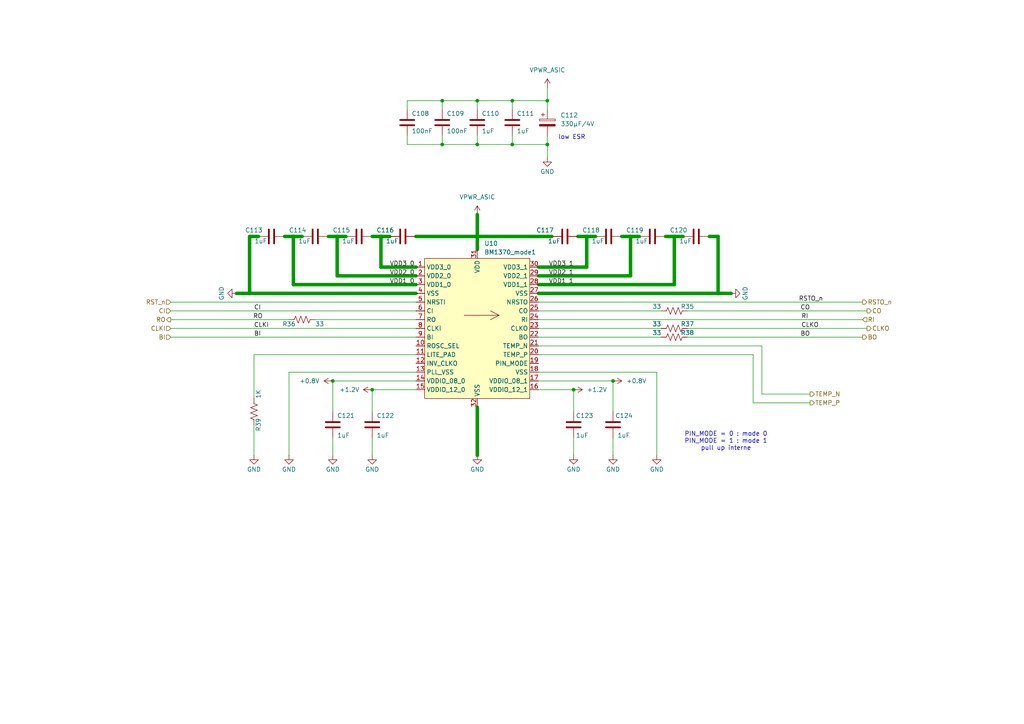
<source format=kicad_sch>
(kicad_sch (version 20231120) (generator "eeschema") (generator_version "8.0")
  (paper "A4")
  (lib_symbols
    (symbol "Device:C" (pin_numbers hide) (pin_names (offset 0.254))
      (property "Reference" "C" (at 0.635 2.54 0))
      (property "Value" "C" (at 0.635 -2.54 0))
      (symbol "C_0_1"
        (polyline (pts (xy -2.032 -0.762) (xy 2.032 -0.762)) (stroke (width 0.508)))
        (polyline (pts (xy -2.032 0.762) (xy 2.032 0.762)) (stroke (width 0.508)))
      )
      (symbol "C_1_1"
        (pin passive line (at 0 3.81 270) (length 2.794) (name "~") (number "1"))
        (pin passive line (at 0 -3.81 90) (length 2.794) (name "~") (number "2"))
      )
    )
    (symbol "Device:C_Polarized" (pin_numbers hide) (pin_names (offset 0.254))
      (property "Reference" "C" (at 0.635 2.54 0))
      (property "Value" "C_Polarized" (at 0.635 -2.54 0))
      (symbol "C_Polarized_0_1"
        (rectangle (start -2.286 0.508) (end 2.286 1.016))
        (polyline (pts (xy -1.778 2.286) (xy -0.762 2.286)))
        (polyline (pts (xy -1.27 2.794) (xy -1.27 1.778)))
        (rectangle (start 2.286 -0.508) (end -2.286 -1.016) (fill (type outline)))
      )
      (symbol "C_Polarized_1_1"
        (pin passive line (at 0 3.81 270) (length 2.794) (name "~") (number "1"))
        (pin passive line (at 0 -3.81 90) (length 2.794) (name "~") (number "2"))
      )
    )
    (symbol "Device:R_US" (pin_numbers hide) (pin_names (offset 0))
      (property "Reference" "R" (at 2.54 0 90))
      (property "Value" "R_US" (at -2.54 0 90))
      (symbol "R_US_0_1"
        (polyline (pts (xy 0 -2.286) (xy 0 -2.54)))
        (polyline (pts (xy 0 2.286) (xy 0 2.54)))
        (polyline (pts (xy 0 -0.762) (xy 1.016 -1.143) (xy 0 -1.524) (xy -1.016 -1.905) (xy 0 -2.286)))
        (polyline (pts (xy 0 0.762) (xy 1.016 0.381) (xy 0 0) (xy -1.016 -0.381) (xy 0 -0.762)))
        (polyline (pts (xy 0 2.286) (xy 1.016 1.905) (xy 0 1.524) (xy -1.016 1.143) (xy 0 0.762)))
      )
      (symbol "R_US_1_1"
        (pin passive line (at 0 3.81 270) (length 1.27) (name "~") (number "1"))
        (pin passive line (at 0 -3.81 90) (length 1.27) (name "~") (number "2"))
      )
    )
    (symbol "EKO_Miner_ASIClib:BM1370_mode1"
      (property "Reference" "U" (at 20.066 1.016 0))
      (property "Value" "BM1370_mode1" (at 26.924 -1.27 0))
      (symbol "BM1370_mode1_0_1"
        (polyline (pts (xy 13.97 -19.05) (xy 24.13 -19.05)))
        (polyline (pts (xy 21.59 -20.32) (xy 24.13 -19.05)))
        (polyline (pts (xy 21.59 -17.78) (xy 24.13 -19.05)))
        (rectangle (start 2.54 -2.54) (end 33.02 -43.18) (fill (type background)))
      )
      (symbol "BM1370_mode1_1_1"
        (pin power_in line (at 0 -5.08 0) (length 2.54) (name "VDD3_0") (number "1"))
        (pin unspecified line (at 0 -27.94 0) (length 2.54) (name "ROSC_SEL") (number "10"))
        (pin unspecified line (at 0 -30.48 0) (length 2.54) (name "LITE_PAD") (number "11"))
        (pin unspecified line (at 0 -33.02 0) (length 2.54) (name "INV_CLKO") (number "12"))
        (pin power_in line (at 0 -35.56 0) (length 2.54) (name "PLL_VSS") (number "13"))
        (pin power_in line (at 0 -38.1 0) (length 2.54) (name "VDDIO_08_0") (number "14"))
        (pin power_in line (at 0 -40.64 0) (length 2.54) (name "VDDIO_12_0") (number "15"))
        (pin power_in line (at 35.56 -40.64 180) (length 2.54) (name "VDDIO_12_1") (number "16"))
        (pin power_in line (at 35.56 -38.1 180) (length 2.54) (name "VDDIO_08_1") (number "17"))
        (pin power_in line (at 35.56 -35.56 180) (length 2.54) (name "VSS") (number "18"))
        (pin input line (at 35.56 -33.02 180) (length 2.54) (name "PIN_MODE") (number "19"))
        (pin power_in line (at 0 -7.62 0) (length 2.54) (name "VDD2_0") (number "2"))
        (pin unspecified line (at 35.56 -30.48 180) (length 2.54) (name "TEMP_P") (number "20"))
        (pin unspecified line (at 35.56 -27.94 180) (length 2.54) (name "TEMP_N") (number "21"))
        (pin output line (at 35.56 -25.4 180) (length 2.54) (name "BO") (number "22"))
        (pin output line (at 35.56 -22.86 180) (length 2.54) (name "CLKO") (number "23"))
        (pin input line (at 35.56 -20.32 180) (length 2.54) (name "RI") (number "24"))
        (pin output line (at 35.56 -17.78 180) (length 2.54) (name "CO") (number "25"))
        (pin output line (at 35.56 -15.24 180) (length 2.54) (name "NRSTO") (number "26"))
        (pin power_in line (at 35.56 -12.7 180) (length 2.54) (name "VSS") (number "27"))
        (pin power_in line (at 35.56 -10.16 180) (length 2.54) (name "VDD1_1") (number "28"))
        (pin power_in line (at 35.56 -7.62 180) (length 2.54) (name "VDD2_1") (number "29"))
        (pin power_in line (at 0 -10.16 0) (length 2.54) (name "VDD1_0") (number "3"))
        (pin power_in line (at 35.56 -5.08 180) (length 2.54) (name "VDD3_1") (number "30"))
        (pin power_in line (at 17.78 0 270) (length 2.54) (name "VDD") (number "31"))
        (pin power_in line (at 17.78 -45.72 90) (length 2.54) (name "VSS") (number "32"))
        (pin power_in line (at 0 -12.7 0) (length 2.54) (name "VSS") (number "4"))
        (pin input line (at 0 -15.24 0) (length 2.54) (name "NRSTI") (number "5"))
        (pin input line (at 0 -17.78 0) (length 2.54) (name "CI") (number "6"))
        (pin output line (at 0 -20.32 0) (length 2.54) (name "RO") (number "7"))
        (pin input line (at 0 -22.86 0) (length 2.54) (name "CLKI") (number "8"))
        (pin input line (at 0 -25.4 0) (length 2.54) (name "BI") (number "9"))
      )
    )
    (symbol "power:GND" (power) (pin_numbers hide) (pin_names (offset 0) hide)
      (property "Value" "GND" (at 0 -3.81 0))
      (symbol "GND_0_1"
        (polyline (pts (xy 0 0) (xy 0 -1.27) (xy 1.27 -1.27) (xy 0 -2.54) (xy -1.27 -1.27) (xy 0 -1.27)))
      )
      (symbol "GND_1_1"
        (pin power_in line (at 0 0 270) (length 0) (name "~") (number "1"))
      )
    )
    (symbol "power:VDD" (power) (pin_numbers hide) (pin_names (offset 0) hide)
      (property "Value" "VDD" (at 0 3.556 0))
      (symbol "VDD_0_1"
        (polyline (pts (xy -0.762 1.27) (xy 0 2.54)))
        (polyline (pts (xy 0 0) (xy 0 2.54)))
        (polyline (pts (xy 0 2.54) (xy 0.762 1.27)))
      )
      (symbol "VDD_1_1"
        (pin power_in line (at 0 0 90) (length 0) (name "~") (number "1"))
      )
    )
  )
  (junction (at 107.95 113.03))
  (junction (at 138.43 29.21) (diameter 0.9144))
  (junction (at 128.27 41.91) (diameter 0.9144))
  (junction (at 148.59 41.91))
  (junction (at 177.8 110.49))
  (junction (at 170.18 68.58))
  (junction (at 72.39 85.09))
  (junction (at 85.09 68.58))
  (junction (at 208.28 85.09))
  (junction (at 138.43 68.58))
  (junction (at 96.52 110.49))
  (junction (at 128.27 29.21) (diameter 0.9144))
  (junction (at 158.75 29.21))
  (junction (at 97.79 68.58))
  (junction (at 148.59 29.21))
  (junction (at 110.49 68.58))
  (junction (at 166.37 113.03))
  (junction (at 138.43 41.91) (diameter 0.9144))
  (junction (at 158.75 41.91))
  (junction (at 182.88 68.58))
  (junction (at 195.58 68.58))
  (wire (pts (xy 166.37 113.03) (xy 166.37 119.38)))
  (wire (pts (xy 220.98 114.3) (xy 234.95 114.3)))
  (wire (pts (xy 148.59 41.91) (xy 138.43 41.91)))
  (wire (pts (xy 158.75 31.75) (xy 158.75 29.21)))
  (wire (pts (xy 156.21 95.25) (xy 191.77 95.25)))
  (wire (pts (xy 208.28 85.09) (xy 208.28 68.58)) (stroke (width 1)))
  (wire (pts (xy 118.11 31.75) (xy 118.11 29.21)))
  (wire (pts (xy 49.53 92.71) (xy 83.82 92.71)))
  (wire (pts (xy 107.95 127) (xy 107.95 132.08)))
  (wire (pts (xy 166.37 127) (xy 166.37 132.08)))
  (wire (pts (xy 85.09 68.58) (xy 87.63 68.58)) (stroke (width 1)))
  (wire (pts (xy 97.79 68.58) (xy 100.33 68.58)) (stroke (width 1)))
  (wire (pts (xy 156.21 87.63) (xy 250.19 87.63)))
  (wire (pts (xy 110.49 68.58) (xy 109.22 68.58)))
  (wire (pts (xy 120.65 68.58) (xy 138.43 68.58)) (stroke (width 1)))
  (wire (pts (xy 138.43 68.58) (xy 160.02 68.58)) (stroke (width 1)))
  (wire (pts (xy 199.39 95.25) (xy 251.46 95.25)))
  (wire (pts (xy 156.21 77.47) (xy 170.18 77.47)) (stroke (width 1)))
  (wire (pts (xy 128.27 29.21) (xy 138.43 29.21)))
  (wire (pts (xy 97.79 80.01) (xy 120.65 80.01)) (stroke (width 1)))
  (wire (pts (xy 128.27 31.75) (xy 128.27 29.21)))
  (wire (pts (xy 138.43 118.11) (xy 138.43 132.08)) (stroke (width 1)))
  (wire (pts (xy 110.49 68.58) (xy 110.49 77.47)) (stroke (width 1)))
  (wire (pts (xy 158.75 25.4) (xy 158.75 29.21)))
  (wire (pts (xy 85.09 68.58) (xy 86.36 68.58)))
  (wire (pts (xy 156.21 85.09) (xy 208.28 85.09)) (stroke (width 1)))
  (wire (pts (xy 167.64 68.58) (xy 170.18 68.58)) (stroke (width 1)))
  (wire (pts (xy 177.8 110.49) (xy 177.8 119.38)))
  (wire (pts (xy 138.43 29.21) (xy 148.59 29.21)))
  (wire (pts (xy 118.11 39.37) (xy 118.11 41.91)))
  (wire (pts (xy 182.88 68.58) (xy 185.42 68.58)) (stroke (width 1)))
  (wire (pts (xy 190.5 107.95) (xy 190.5 132.08)))
  (wire (pts (xy 180.34 68.58) (xy 182.88 68.58)) (stroke (width 1)))
  (wire (pts (xy 107.95 113.03) (xy 107.95 119.38)))
  (wire (pts (xy 199.39 90.17) (xy 251.46 90.17)))
  (wire (pts (xy 128.27 41.91) (xy 138.43 41.91)))
  (wire (pts (xy 73.66 102.87) (xy 73.66 115.57)))
  (wire (pts (xy 156.21 80.01) (xy 182.88 80.01)) (stroke (width 1)))
  (wire (pts (xy 128.27 39.37) (xy 128.27 41.91)))
  (wire (pts (xy 118.11 29.21) (xy 128.27 29.21)))
  (wire (pts (xy 158.75 45.72) (xy 158.75 41.91)))
  (wire (pts (xy 156.21 82.55) (xy 195.58 82.55)) (stroke (width 1)))
  (wire (pts (xy 138.43 62.23) (xy 138.43 68.58)) (stroke (width 1)))
  (wire (pts (xy 85.09 82.55) (xy 120.65 82.55)) (stroke (width 1)))
  (wire (pts (xy 195.58 68.58) (xy 198.12 68.58)) (stroke (width 1)))
  (wire (pts (xy 170.18 68.58) (xy 172.72 68.58)) (stroke (width 1)))
  (wire (pts (xy 156.21 92.71) (xy 250.19 92.71)))
  (wire (pts (xy 96.52 110.49) (xy 96.52 119.38)))
  (wire (pts (xy 177.8 127) (xy 177.8 132.08)))
  (wire (pts (xy 120.65 102.87) (xy 73.66 102.87)))
  (wire (pts (xy 158.75 39.37) (xy 158.75 41.91)))
  (wire (pts (xy 120.65 107.95) (xy 83.82 107.95)))
  (wire (pts (xy 218.44 116.84) (xy 234.95 116.84)))
  (wire (pts (xy 148.59 29.21) (xy 158.75 29.21)))
  (wire (pts (xy 97.79 68.58) (xy 100.33 68.58)))
  (wire (pts (xy 199.39 97.79) (xy 250.19 97.79)))
  (wire (pts (xy 156.21 100.33) (xy 220.98 100.33)))
  (wire (pts (xy 96.52 110.49) (xy 120.65 110.49)))
  (wire (pts (xy 138.43 31.75) (xy 138.43 29.21)))
  (wire (pts (xy 72.39 85.09) (xy 120.65 85.09)) (stroke (width 1)))
  (wire (pts (xy 156.21 97.79) (xy 191.77 97.79)))
  (wire (pts (xy 193.04 68.58) (xy 195.58 68.58)) (stroke (width 1)))
  (wire (pts (xy 156.21 113.03) (xy 166.37 113.03)))
  (wire (pts (xy 49.53 97.79) (xy 120.65 97.79)))
  (wire (pts (xy 220.98 100.33) (xy 220.98 114.3)))
  (wire (pts (xy 170.18 77.47) (xy 170.18 68.58)) (stroke (width 1)))
  (wire (pts (xy 107.95 68.58) (xy 110.49 68.58)) (stroke (width 1)))
  (wire (pts (xy 97.79 80.01) (xy 97.79 68.58)) (stroke (width 1)))
  (wire (pts (xy 138.43 39.37) (xy 138.43 41.91)))
  (wire (pts (xy 49.53 90.17) (xy 120.65 90.17)))
  (wire (pts (xy 195.58 82.55) (xy 195.58 68.58)) (stroke (width 1)))
  (wire (pts (xy 95.25 68.58) (xy 97.79 68.58)) (stroke (width 1)))
  (wire (pts (xy 128.27 41.91) (xy 118.11 41.91)))
  (wire (pts (xy 107.95 113.03) (xy 120.65 113.03)))
  (wire (pts (xy 73.66 123.19) (xy 73.66 132.08)))
  (wire (pts (xy 182.88 80.01) (xy 182.88 68.58)) (stroke (width 1)))
  (wire (pts (xy 96.52 127) (xy 96.52 132.08)))
  (wire (pts (xy 148.59 41.91) (xy 158.75 41.91)))
  (wire (pts (xy 49.53 87.63) (xy 120.65 87.63)))
  (wire (pts (xy 148.59 39.37) (xy 148.59 41.91)))
  (wire (pts (xy 110.49 77.47) (xy 120.65 77.47)) (stroke (width 1)))
  (wire (pts (xy 156.21 107.95) (xy 190.5 107.95)))
  (wire (pts (xy 218.44 102.87) (xy 218.44 116.84)))
  (wire (pts (xy 156.21 90.17) (xy 191.77 90.17)))
  (wire (pts (xy 156.21 102.87) (xy 218.44 102.87)))
  (wire (pts (xy 83.82 107.95) (xy 83.82 132.08)))
  (wire (pts (xy 138.43 68.58) (xy 138.43 72.39)) (stroke (width 1)))
  (wire (pts (xy 68.58 85.09) (xy 72.39 85.09)) (stroke (width 1)))
  (wire (pts (xy 49.53 95.25) (xy 120.65 95.25)))
  (wire (pts (xy 72.39 85.09) (xy 72.39 68.58)) (stroke (width 1)))
  (wire (pts (xy 110.49 68.58) (xy 113.03 68.58)) (stroke (width 1)))
  (wire (pts (xy 208.28 68.58) (xy 205.74 68.58)) (stroke (width 1)))
  (wire (pts (xy 85.09 82.55) (xy 85.09 68.58)) (stroke (width 1)))
  (wire (pts (xy 91.44 92.71) (xy 120.65 92.71)))
  (wire (pts (xy 148.59 31.75) (xy 148.59 29.21)))
  (wire (pts (xy 156.21 110.49) (xy 177.8 110.49)))
  (wire (pts (xy 82.55 68.58) (xy 85.09 68.58)) (stroke (width 1)))
  (wire (pts (xy 72.39 68.58) (xy 74.93 68.58)) (stroke (width 1)))
  (wire (pts (xy 208.28 85.09) (xy 212.09 85.09)) (stroke (width 1)))
  (text "low ESR" (at 165.862 39.878 0) (effects (font (size 1.27 1.27))))
  (text "PIN_MODE = 0 : mode 0\nPIN_MODE = 1 : mode 1\npull up interne" (at 210.566 128.016 0) (effects (font (size 1.27 1.27))))
  (label "BO" (at 234.95 97.79 180))
  (label "CLKI" (at 73.66 95.25 0))
  (label "VDD2_0" (at 113.03 80.01 0))
  (label "RI" (at 232.41 92.71 0))
  (label "RO" (at 76.2 92.71 180))
  (label "CLKO" (at 237.49 95.25 180))
  (label "VDD1_0" (at 113.03 82.55 0))
  (label "VDD3_1" (at 166.37 77.47 180))
  (label "BI" (at 73.66 97.79 0))
  (label "RSTO_n" (at 238.76 87.63 180))
  (label "VDD3_0" (at 113.03 77.47 0))
  (label "CI" (at 73.66 90.17 0))
  (label "VDD2_1" (at 166.37 80.01 180))
  (label "VDD1_1" (at 166.37 82.55 180))
  (label "CO" (at 234.95 90.17 180))
  (hierarchical_label "CLKI" (shape input) (at 49.53 95.25 180))
  (hierarchical_label "CI" (shape input) (at 49.53 90.17 180))
  (hierarchical_label "RO" (shape output) (at 49.53 92.71 180))
  (hierarchical_label "CO" (shape output) (at 251.46 90.17 0))
  (hierarchical_label "BO" (shape output) (at 250.19 97.79 0))
  (hierarchical_label "CLKO" (shape output) (at 251.46 95.25 0))
  (hierarchical_label "RSTO_n" (shape output) (at 250.19 87.63 0))
  (hierarchical_label "BI" (shape input) (at 49.53 97.79 180))
  (hierarchical_label "TEMP_N" (shape output) (at 234.95 114.3 0))
  (hierarchical_label "RST_n" (shape input) (at 49.53 87.63 180))
  (hierarchical_label "RI" (shape input) (at 250.19 92.71 0))
  (hierarchical_label "TEMP_P" (shape output) (at 234.95 116.84 0))
  (symbol (lib_id "Device:C_Polarized") (at 158.75 35.56 0) (unit 1)
    (property "Reference" "C112" (at 162.56 33.4009 0) (effects (justify left)))
    (property "Value" "330µF/4V" (at 162.56 35.9409 0) (effects (justify left)))
    (property "Footprint" "Capacitor_SMD:C_1210_3225Metric" (effects (hide yes)))
    (property "MP" "GRM32ER60G337ME05K" (effects (hide yes)))
    (property "P/N MOUSER" "81-GRM32ER60G337ME5K" (effects (hide yes)))
    (instances (project "AsicsBoard - 10xBM1370 - 01A" (path "" (reference "C112") (unit 1)) (path "" (reference "C78") (unit 1)) (path "" (reference "C129") (unit 1)) (path "" (reference "C163") (unit 1)) (path "" (reference "C44") (unit 1)) (path "" (reference "C27") (unit 1)) (path "" (reference "C61") (unit 1)) (path "" (reference "C95") (unit 1)) (path "" (reference "C146") (unit 1)) (path "" (reference "C10") (unit 1))))
  )
  (symbol (lib_id "Device:R_US") (at 195.58 90.17 90) (unit 1)
    (property "Reference" "R35" (at 199.39 88.9 90))
    (property "Value" "33" (at 190.5 88.9 90))
    (property "Footprint" "Resistor_SMD:R_0402_1005Metric" (effects (hide yes)))
    (property "DK" "311-33.0LRCT-ND" (effects (hide yes)))
    (property "PARTNO" "RC0402FR-0733RL" (effects (hide yes)))
    (instances (project "AsicsBoard - 10xBM1370 - 01A" (path "" (reference "R35") (unit 1)) (path "" (reference "R23") (unit 1)) (path "" (reference "R40") (unit 1)) (path "" (reference "R50") (unit 1)) (path "" (reference "R13") (unit 1)) (path "" (reference "R8") (unit 1)) (path "" (reference "R18") (unit 1)) (path "" (reference "R30") (unit 1)) (path "" (reference "R45") (unit 1)) (path "" (reference "R3") (unit 1))))
  )
  (symbol (lib_id "Device:C") (at 116.84 68.58 90) (unit 1)
    (property "Reference" "C116" (at 114.3 66.04 90) (effects (justify left bottom)))
    (property "Value" "1uF" (at 115.57 69.215 90) (effects (justify left bottom)))
    (property "Footprint" "Capacitor_SMD:C_0402_1005Metric" (effects (hide yes)))
    (property "DK" "587-5514-1-ND" (effects (hide yes)))
    (property "PARTNO" "EMK105BJ105MV-F" (effects (hide yes)))
    (instances (project "AsicsBoard - 10xBM1370 - 01A" (path "" (reference "C116") (unit 1)) (path "" (reference "C82") (unit 1)) (path "" (reference "C133") (unit 1)) (path "" (reference "C167") (unit 1)) (path "" (reference "C48") (unit 1)) (path "" (reference "C31") (unit 1)) (path "" (reference "C65") (unit 1)) (path "" (reference "C99") (unit 1)) (path "" (reference "C150") (unit 1)) (path "" (reference "C14") (unit 1))))
  )
  (symbol (lib_id "Device:C") (at 118.11 35.56 0) (unit 1)
    (property "Reference" "C108" (at 119.38 33.655 0) (effects (justify left bottom)))
    (property "Value" "100nF" (at 119.38 38.735 0) (effects (justify left bottom)))
    (property "Footprint" "Capacitor_SMD:C_0402_1005Metric" (effects (hide yes)))
    (property "DK" "1292-1639-1-ND" (effects (hide yes)))
    (property "PARTNO" "0402X104K100CT" (effects (hide yes)))
    (instances (project "AsicsBoard - 10xBM1370 - 01A" (path "" (reference "C108") (unit 1)) (path "" (reference "C74") (unit 1)) (path "" (reference "C125") (unit 1)) (path "" (reference "C159") (unit 1)) (path "" (reference "C40") (unit 1)) (path "" (reference "C23") (unit 1)) (path "" (reference "C57") (unit 1)) (path "" (reference "C91") (unit 1)) (path "" (reference "C142") (unit 1)) (path "" (reference "C6") (unit 1))))
  )
  (symbol (lib_id "power:GND") (at 212.09 85.09 90) (unit 1)
    (property "Reference" "#PWR0129" (effects (hide yes)))
    (property "Value" "GND" (at 216.154 85.09 0))
    (property "Description" "Power symbol creates a global label with name \"GND\" , ground" (effects (hide yes)))
    (instances (project "AsicsBoard - 10xBM1370 - 01A" (path "" (reference "#PWR0129") (unit 1)) (path "" (reference "#PWR093") (unit 1)) (path "" (reference "#PWR0146") (unit 1)) (path "" (reference "#PWR0180") (unit 1)) (path "" (reference "#PWR059") (unit 1)) (path "" (reference "#PWR042") (unit 1)) (path "" (reference "#PWR076") (unit 1)) (path "" (reference "#PWR0112") (unit 1)) (path "" (reference "#PWR0163") (unit 1)) (path "" (reference "#PWR025") (unit 1))))
  )
  (symbol (lib_id "power:GND") (at 83.82 132.08 0) (unit 1)
    (property "Reference" "#PWR0135" (effects (hide yes)))
    (property "Value" "GND" (at 83.82 136.144 0))
    (property "Description" "Power symbol creates a global label with name \"GND\" , ground" (effects (hide yes)))
    (instances (project "AsicsBoard - 10xBM1370 - 01A" (path "" (reference "#PWR0135") (unit 1)) (path "" (reference "#PWR099") (unit 1)) (path "" (reference "#PWR0152") (unit 1)) (path "" (reference "#PWR0186") (unit 1)) (path "" (reference "#PWR065") (unit 1)) (path "" (reference "#PWR048") (unit 1)) (path "" (reference "#PWR082") (unit 1)) (path "" (reference "#PWR0118") (unit 1)) (path "" (reference "#PWR0169") (unit 1)) (path "" (reference "#PWR031") (unit 1))))
  )
  (symbol (lib_id "Device:C") (at 201.93 68.58 90) (unit 1)
    (property "Reference" "C120" (at 199.39 66.04 90) (effects (justify left bottom)))
    (property "Value" "1uF" (at 200.66 69.215 90) (effects (justify left bottom)))
    (property "Footprint" "Capacitor_SMD:C_0402_1005Metric" (effects (hide yes)))
    (property "DK" "587-5514-1-ND" (effects (hide yes)))
    (property "PARTNO" "EMK105BJ105MV-F" (effects (hide yes)))
    (instances (project "AsicsBoard - 10xBM1370 - 01A" (path "" (reference "C120") (unit 1)) (path "" (reference "C86") (unit 1)) (path "" (reference "C137") (unit 1)) (path "" (reference "C171") (unit 1)) (path "" (reference "C52") (unit 1)) (path "" (reference "C35") (unit 1)) (path "" (reference "C69") (unit 1)) (path "" (reference "C103") (unit 1)) (path "" (reference "C154") (unit 1)) (path "" (reference "C18") (unit 1))))
  )
  (symbol (lib_id "power:VDD") (at 96.52 110.49 90) (unit 1)
    (property "Reference" "#PWR0130" (effects (hide yes)))
    (property "Value" "+0.8V" (at 92.71 110.4899 90) (effects (justify left)))
    (property "Description" "Power symbol creates a global label with name \"VDD\"" (effects (hide yes)))
    (instances (project "AsicsBoard - 10xBM1370 - 01A" (path "" (reference "#PWR0130") (unit 1)) (path "" (reference "#PWR094") (unit 1)) (path "" (reference "#PWR0147") (unit 1)) (path "" (reference "#PWR0181") (unit 1)) (path "" (reference "#PWR060") (unit 1)) (path "" (reference "#PWR043") (unit 1)) (path "" (reference "#PWR077") (unit 1)) (path "" (reference "#PWR0113") (unit 1)) (path "" (reference "#PWR0164") (unit 1)) (path "" (reference "#PWR026") (unit 1))))
  )
  (symbol (lib_id "Device:C") (at 91.44 68.58 90) (unit 1)
    (property "Reference" "C114" (at 88.9 66.04 90) (effects (justify left bottom)))
    (property "Value" "1uF" (at 90.17 69.215 90) (effects (justify left bottom)))
    (property "Footprint" "Capacitor_SMD:C_0402_1005Metric" (effects (hide yes)))
    (property "DK" "587-5514-1-ND" (effects (hide yes)))
    (property "PARTNO" "EMK105BJ105MV-F" (effects (hide yes)))
    (instances (project "AsicsBoard - 10xBM1370 - 01A" (path "" (reference "C114") (unit 1)) (path "" (reference "C80") (unit 1)) (path "" (reference "C131") (unit 1)) (path "" (reference "C165") (unit 1)) (path "" (reference "C46") (unit 1)) (path "" (reference "C29") (unit 1)) (path "" (reference "C63") (unit 1)) (path "" (reference "C97") (unit 1)) (path "" (reference "C148") (unit 1)) (path "" (reference "C12") (unit 1))))
  )
  (symbol (lib_id "Device:R_US") (at 195.58 95.25 90) (unit 1)
    (property "Reference" "R37" (at 199.39 93.98 90))
    (property "Value" "33" (at 190.5 93.98 90))
    (property "Footprint" "Resistor_SMD:R_0402_1005Metric" (effects (hide yes)))
    (property "DK" "311-33.0LRCT-ND" (effects (hide yes)))
    (property "PARTNO" "RC0402FR-0733RL" (effects (hide yes)))
    (instances (project "AsicsBoard - 10xBM1370 - 01A" (path "" (reference "R37") (unit 1)) (path "" (reference "R25") (unit 1)) (path "" (reference "R42") (unit 1)) (path "" (reference "R52") (unit 1)) (path "" (reference "R15") (unit 1)) (path "" (reference "R10") (unit 1)) (path "" (reference "R20") (unit 1)) (path "" (reference "R32") (unit 1)) (path "" (reference "R47") (unit 1)) (path "" (reference "R5") (unit 1))))
  )
  (symbol (lib_id "EKO_Miner_ASIClib:BM1370_mode1") (at 120.65 72.39 0) (unit 1)
    (property "Reference" "U10" (at 140.462 70.612 0) (effects (justify left)))
    (property "Value" "BM1370_mode1" (at 140.462 73.152 0) (effects (justify left)))
    (property "Footprint" "EKO_Miner_ASIClib:BM1370" (effects (hide yes)))
    (instances (project "AsicsBoard - 10xBM1370 - 01A" (path "" (reference "U10") (unit 1)) (path "" (reference "U8") (unit 1)) (path "" (reference "U11") (unit 1)) (path "" (reference "U13") (unit 1)) (path "" (reference "U6") (unit 1)) (path "" (reference "U5") (unit 1)) (path "" (reference "U7") (unit 1)) (path "" (reference "U9") (unit 1)) (path "" (reference "U12") (unit 1)) (path "" (reference "U4") (unit 1))))
  )
  (symbol (lib_id "power:GND") (at 68.58 85.09 270) (unit 1)
    (property "Reference" "#PWR0128" (effects (hide yes)))
    (property "Value" "GND" (at 64.262 85.09 0))
    (property "Description" "Power symbol creates a global label with name \"GND\" , ground" (effects (hide yes)))
    (instances (project "AsicsBoard - 10xBM1370 - 01A" (path "" (reference "#PWR0128") (unit 1)) (path "" (reference "#PWR092") (unit 1)) (path "" (reference "#PWR0145") (unit 1)) (path "" (reference "#PWR0179") (unit 1)) (path "" (reference "#PWR058") (unit 1)) (path "" (reference "#PWR041") (unit 1)) (path "" (reference "#PWR075") (unit 1)) (path "" (reference "#PWR0111") (unit 1)) (path "" (reference "#PWR0162") (unit 1)) (path "" (reference "#PWR024") (unit 1))))
  )
  (symbol (lib_id "Device:C") (at 177.8 123.19 0) (unit 1)
    (property "Reference" "C124" (at 178.435 121.285 0) (effects (justify left bottom)))
    (property "Value" "1uF" (at 179.07 127 0) (effects (justify left bottom)))
    (property "Footprint" "Capacitor_SMD:C_0402_1005Metric" (effects (hide yes)))
    (property "DK" "587-5514-1-ND" (effects (hide yes)))
    (property "PARTNO" "EMK105BJ105MV-F" (effects (hide yes)))
    (instances (project "AsicsBoard - 10xBM1370 - 01A" (path "" (reference "C124") (unit 1)) (path "" (reference "C90") (unit 1)) (path "" (reference "C141") (unit 1)) (path "" (reference "C175") (unit 1)) (path "" (reference "C56") (unit 1)) (path "" (reference "C39") (unit 1)) (path "" (reference "C73") (unit 1)) (path "" (reference "C107") (unit 1)) (path "" (reference "C158") (unit 1)) (path "" (reference "C22") (unit 1))))
  )
  (symbol (lib_id "power:VDD") (at 107.95 113.03 90) (unit 1)
    (property "Reference" "#PWR0132" (effects (hide yes)))
    (property "Value" "+1.2V" (at 101.346 113.03 90))
    (property "Description" "Power symbol creates a global label with name \"VDD\"" (effects (hide yes)))
    (instances (project "AsicsBoard - 10xBM1370 - 01A" (path "" (reference "#PWR0132") (unit 1)) (path "" (reference "#PWR096") (unit 1)) (path "" (reference "#PWR0149") (unit 1)) (path "" (reference "#PWR0183") (unit 1)) (path "" (reference "#PWR062") (unit 1)) (path "" (reference "#PWR045") (unit 1)) (path "" (reference "#PWR079") (unit 1)) (path "" (reference "#PWR0115") (unit 1)) (path "" (reference "#PWR0166") (unit 1)) (path "" (reference "#PWR028") (unit 1))))
  )
  (symbol (lib_id "power:VDD") (at 166.37 113.03 270) (unit 1)
    (property "Reference" "#PWR0133" (effects (hide yes)))
    (property "Value" "+1.2V" (at 170.18 113.0301 90) (effects (justify left)))
    (property "Description" "Power symbol creates a global label with name \"VDD\"" (effects (hide yes)))
    (instances (project "AsicsBoard - 10xBM1370 - 01A" (path "" (reference "#PWR0133") (unit 1)) (path "" (reference "#PWR097") (unit 1)) (path "" (reference "#PWR0150") (unit 1)) (path "" (reference "#PWR0184") (unit 1)) (path "" (reference "#PWR063") (unit 1)) (path "" (reference "#PWR046") (unit 1)) (path "" (reference "#PWR080") (unit 1)) (path "" (reference "#PWR0116") (unit 1)) (path "" (reference "#PWR0167") (unit 1)) (path "" (reference "#PWR029") (unit 1))))
  )
  (symbol (lib_id "Device:R_US") (at 87.63 92.71 270) (unit 1)
    (property "Reference" "R36" (at 83.82 93.98 90))
    (property "Value" "33" (at 92.71 93.98 90))
    (property "Footprint" "Resistor_SMD:R_0402_1005Metric" (effects (hide yes)))
    (property "DK" "311-33.0LRCT-ND" (effects (hide yes)))
    (property "PARTNO" "RC0402FR-0733RL" (effects (hide yes)))
    (instances (project "AsicsBoard - 10xBM1370 - 01A" (path "" (reference "R36") (unit 1)) (path "" (reference "R24") (unit 1)) (path "" (reference "R41") (unit 1)) (path "" (reference "R51") (unit 1)) (path "" (reference "R14") (unit 1)) (path "" (reference "R9") (unit 1)) (path "" (reference "R19") (unit 1)) (path "" (reference "R31") (unit 1)) (path "" (reference "R46") (unit 1)) (path "" (reference "R4") (unit 1))))
  )
  (symbol (lib_id "Device:R_US") (at 73.66 119.38 0) (unit 1)
    (property "Reference" "R39" (at 74.93 123.19 90))
    (property "Value" "1K" (at 74.93 114.3 90))
    (property "Footprint" "Resistor_SMD:R_0402_1005Metric" (effects (hide yes)))
    (instances (project "AsicsBoard - 10xBM1370 - 01A" (path "" (reference "R39") (unit 1)) (path "" (reference "R27") (unit 1)) (path "" (reference "R44") (unit 1)) (path "" (reference "R54") (unit 1)) (path "" (reference "R17") (unit 1)) (path "" (reference "R12") (unit 1)) (path "" (reference "R22") (unit 1)) (path "" (reference "R34") (unit 1)) (path "" (reference "R49") (unit 1)) (path "" (reference "R7") (unit 1))))
  )
  (symbol (lib_id "Device:C") (at 166.37 123.19 0) (unit 1)
    (property "Reference" "C123" (at 167.005 121.285 0) (effects (justify left bottom)))
    (property "Value" "1uF" (at 167.005 127 0) (effects (justify left bottom)))
    (property "Footprint" "Capacitor_SMD:C_0402_1005Metric" (effects (hide yes)))
    (property "DK" "587-5514-1-ND" (effects (hide yes)))
    (property "PARTNO" "EMK105BJ105MV-F" (effects (hide yes)))
    (instances (project "AsicsBoard - 10xBM1370 - 01A" (path "" (reference "C123") (unit 1)) (path "" (reference "C89") (unit 1)) (path "" (reference "C140") (unit 1)) (path "" (reference "C174") (unit 1)) (path "" (reference "C55") (unit 1)) (path "" (reference "C38") (unit 1)) (path "" (reference "C72") (unit 1)) (path "" (reference "C106") (unit 1)) (path "" (reference "C157") (unit 1)) (path "" (reference "C21") (unit 1))))
  )
  (symbol (lib_id "power:GND") (at 107.95 132.08 0) (unit 1)
    (property "Reference" "#PWR0137" (effects (hide yes)))
    (property "Value" "GND" (at 107.95 136.144 0))
    (property "Description" "Power symbol creates a global label with name \"GND\" , ground" (effects (hide yes)))
    (instances (project "AsicsBoard - 10xBM1370 - 01A" (path "" (reference "#PWR0137") (unit 1)) (path "" (reference "#PWR0101") (unit 1)) (path "" (reference "#PWR0154") (unit 1)) (path "" (reference "#PWR0188") (unit 1)) (path "" (reference "#PWR067") (unit 1)) (path "" (reference "#PWR050") (unit 1)) (path "" (reference "#PWR084") (unit 1)) (path "" (reference "#PWR0120") (unit 1)) (path "" (reference "#PWR0171") (unit 1)) (path "" (reference "#PWR033") (unit 1))))
  )
  (symbol (lib_id "power:GND") (at 96.52 132.08 0) (unit 1)
    (property "Reference" "#PWR0136" (effects (hide yes)))
    (property "Value" "GND" (at 96.52 136.144 0))
    (property "Description" "Power symbol creates a global label with name \"GND\" , ground" (effects (hide yes)))
    (instances (project "AsicsBoard - 10xBM1370 - 01A" (path "" (reference "#PWR0136") (unit 1)) (path "" (reference "#PWR0100") (unit 1)) (path "" (reference "#PWR0153") (unit 1)) (path "" (reference "#PWR0187") (unit 1)) (path "" (reference "#PWR066") (unit 1)) (path "" (reference "#PWR049") (unit 1)) (path "" (reference "#PWR083") (unit 1)) (path "" (reference "#PWR0119") (unit 1)) (path "" (reference "#PWR0170") (unit 1)) (path "" (reference "#PWR032") (unit 1))))
  )
  (symbol (lib_id "Device:C") (at 78.74 68.58 90) (unit 1)
    (property "Reference" "C113" (at 76.2 66.04 90) (effects (justify left bottom)))
    (property "Value" "1uF" (at 77.47 69.215 90) (effects (justify left bottom)))
    (property "Footprint" "Capacitor_SMD:C_0402_1005Metric" (effects (hide yes)))
    (property "DK" "587-5514-1-ND" (effects (hide yes)))
    (property "PARTNO" "EMK105BJ105MV-F" (effects (hide yes)))
    (instances (project "AsicsBoard - 10xBM1370 - 01A" (path "" (reference "C113") (unit 1)) (path "" (reference "C79") (unit 1)) (path "" (reference "C130") (unit 1)) (path "" (reference "C164") (unit 1)) (path "" (reference "C45") (unit 1)) (path "" (reference "C28") (unit 1)) (path "" (reference "C62") (unit 1)) (path "" (reference "C96") (unit 1)) (path "" (reference "C147") (unit 1)) (path "" (reference "C11") (unit 1))))
  )
  (symbol (lib_id "power:GND") (at 73.66 132.08 0) (unit 1)
    (property "Reference" "#PWR0134" (effects (hide yes)))
    (property "Value" "GND" (at 73.66 136.144 0))
    (property "Description" "Power symbol creates a global label with name \"GND\" , ground" (effects (hide yes)))
    (instances (project "AsicsBoard - 10xBM1370 - 01A" (path "" (reference "#PWR0134") (unit 1)) (path "" (reference "#PWR098") (unit 1)) (path "" (reference "#PWR0151") (unit 1)) (path "" (reference "#PWR0185") (unit 1)) (path "" (reference "#PWR064") (unit 1)) (path "" (reference "#PWR047") (unit 1)) (path "" (reference "#PWR081") (unit 1)) (path "" (reference "#PWR0117") (unit 1)) (path "" (reference "#PWR0168") (unit 1)) (path "" (reference "#PWR030") (unit 1))))
  )
  (symbol (lib_id "power:VDD") (at 138.43 62.23 0) (unit 1)
    (property "Reference" "#PWR0127" (effects (hide yes)))
    (property "Value" "VPWR_ASIC" (at 138.43 57.15 0))
    (property "Description" "Power symbol creates a global label with name \"VDD\"" (effects (hide yes)))
    (instances (project "AsicsBoard - 10xBM1370 - 01A" (path "" (reference "#PWR0127") (unit 1)) (path "" (reference "#PWR091") (unit 1)) (path "" (reference "#PWR0144") (unit 1)) (path "" (reference "#PWR0178") (unit 1)) (path "" (reference "#PWR057") (unit 1)) (path "" (reference "#PWR040") (unit 1)) (path "" (reference "#PWR074") (unit 1)) (path "" (reference "#PWR0110") (unit 1)) (path "" (reference "#PWR0161") (unit 1)) (path "" (reference "#PWR023") (unit 1))))
  )
  (symbol (lib_id "Device:C") (at 189.23 68.58 90) (unit 1)
    (property "Reference" "C119" (at 186.69 66.04 90) (effects (justify left bottom)))
    (property "Value" "1uF" (at 187.96 69.215 90) (effects (justify left bottom)))
    (property "Footprint" "Capacitor_SMD:C_0402_1005Metric" (effects (hide yes)))
    (property "DK" "587-5514-1-ND" (effects (hide yes)))
    (property "PARTNO" "EMK105BJ105MV-F" (effects (hide yes)))
    (instances (project "AsicsBoard - 10xBM1370 - 01A" (path "" (reference "C119") (unit 1)) (path "" (reference "C85") (unit 1)) (path "" (reference "C136") (unit 1)) (path "" (reference "C170") (unit 1)) (path "" (reference "C51") (unit 1)) (path "" (reference "C34") (unit 1)) (path "" (reference "C68") (unit 1)) (path "" (reference "C102") (unit 1)) (path "" (reference "C153") (unit 1)) (path "" (reference "C17") (unit 1))))
  )
  (symbol (lib_id "power:GND") (at 166.37 132.08 0) (unit 1)
    (property "Reference" "#PWR0139" (effects (hide yes)))
    (property "Value" "GND" (at 166.37 136.144 0))
    (property "Description" "Power symbol creates a global label with name \"GND\" , ground" (effects (hide yes)))
    (instances (project "AsicsBoard - 10xBM1370 - 01A" (path "" (reference "#PWR0139") (unit 1)) (path "" (reference "#PWR0103") (unit 1)) (path "" (reference "#PWR0156") (unit 1)) (path "" (reference "#PWR0190") (unit 1)) (path "" (reference "#PWR069") (unit 1)) (path "" (reference "#PWR052") (unit 1)) (path "" (reference "#PWR086") (unit 1)) (path "" (reference "#PWR0122") (unit 1)) (path "" (reference "#PWR0173") (unit 1)) (path "" (reference "#PWR035") (unit 1))))
  )
  (symbol (lib_id "power:VDD") (at 177.8 110.49 270) (unit 1)
    (property "Reference" "#PWR0131" (effects (hide yes)))
    (property "Value" "+0.8V" (at 181.61 110.4901 90) (effects (justify left)))
    (property "Description" "Power symbol creates a global label with name \"VDD\"" (effects (hide yes)))
    (instances (project "AsicsBoard - 10xBM1370 - 01A" (path "" (reference "#PWR0131") (unit 1)) (path "" (reference "#PWR095") (unit 1)) (path "" (reference "#PWR0148") (unit 1)) (path "" (reference "#PWR0182") (unit 1)) (path "" (reference "#PWR061") (unit 1)) (path "" (reference "#PWR044") (unit 1)) (path "" (reference "#PWR078") (unit 1)) (path "" (reference "#PWR0114") (unit 1)) (path "" (reference "#PWR0165") (unit 1)) (path "" (reference "#PWR027") (unit 1))))
  )
  (symbol (lib_id "Device:C") (at 128.27 35.56 0) (unit 1)
    (property "Reference" "C109" (at 129.54 33.655 0) (effects (justify left bottom)))
    (property "Value" "100nF" (at 129.54 38.735 0) (effects (justify left bottom)))
    (property "Footprint" "Capacitor_SMD:C_0402_1005Metric" (effects (hide yes)))
    (property "DK" "1292-1639-1-ND" (effects (hide yes)))
    (property "PARTNO" "0402X104K100CT" (effects (hide yes)))
    (instances (project "AsicsBoard - 10xBM1370 - 01A" (path "" (reference "C109") (unit 1)) (path "" (reference "C75") (unit 1)) (path "" (reference "C126") (unit 1)) (path "" (reference "C160") (unit 1)) (path "" (reference "C41") (unit 1)) (path "" (reference "C24") (unit 1)) (path "" (reference "C58") (unit 1)) (path "" (reference "C92") (unit 1)) (path "" (reference "C143") (unit 1)) (path "" (reference "C7") (unit 1))))
  )
  (symbol (lib_id "Device:C") (at 96.52 123.19 0) (unit 1)
    (property "Reference" "C121" (at 97.79 121.285 0) (effects (justify left bottom)))
    (property "Value" "1uF" (at 97.79 127 0) (effects (justify left bottom)))
    (property "Footprint" "Capacitor_SMD:C_0402_1005Metric" (effects (hide yes)))
    (property "DK" "587-5514-1-ND" (effects (hide yes)))
    (property "PARTNO" "EMK105BJ105MV-F" (effects (hide yes)))
    (instances (project "AsicsBoard - 10xBM1370 - 01A" (path "" (reference "C121") (unit 1)) (path "" (reference "C87") (unit 1)) (path "" (reference "C138") (unit 1)) (path "" (reference "C172") (unit 1)) (path "" (reference "C53") (unit 1)) (path "" (reference "C36") (unit 1)) (path "" (reference "C70") (unit 1)) (path "" (reference "C104") (unit 1)) (path "" (reference "C155") (unit 1)) (path "" (reference "C19") (unit 1))))
  )
  (symbol (lib_id "Device:R_US") (at 195.58 97.79 90) (unit 1)
    (property "Reference" "R38" (at 199.39 96.52 90))
    (property "Value" "33" (at 190.5 96.52 90))
    (property "Footprint" "Resistor_SMD:R_0402_1005Metric" (effects (hide yes)))
    (property "DK" "311-33.0LRCT-ND" (effects (hide yes)))
    (property "PARTNO" "RC0402FR-0733RL" (effects (hide yes)))
    (instances (project "AsicsBoard - 10xBM1370 - 01A" (path "" (reference "R38") (unit 1)) (path "" (reference "R26") (unit 1)) (path "" (reference "R43") (unit 1)) (path "" (reference "R53") (unit 1)) (path "" (reference "R16") (unit 1)) (path "" (reference "R11") (unit 1)) (path "" (reference "R21") (unit 1)) (path "" (reference "R33") (unit 1)) (path "" (reference "R48") (unit 1)) (path "" (reference "R6") (unit 1))))
  )
  (symbol (lib_id "power:GND") (at 177.8 132.08 0) (unit 1)
    (property "Reference" "#PWR0140" (effects (hide yes)))
    (property "Value" "GND" (at 177.8 136.144 0))
    (property "Description" "Power symbol creates a global label with name \"GND\" , ground" (effects (hide yes)))
    (instances (project "AsicsBoard - 10xBM1370 - 01A" (path "" (reference "#PWR0140") (unit 1)) (path "" (reference "#PWR0104") (unit 1)) (path "" (reference "#PWR0157") (unit 1)) (path "" (reference "#PWR0191") (unit 1)) (path "" (reference "#PWR070") (unit 1)) (path "" (reference "#PWR053") (unit 1)) (path "" (reference "#PWR087") (unit 1)) (path "" (reference "#PWR0123") (unit 1)) (path "" (reference "#PWR0174") (unit 1)) (path "" (reference "#PWR036") (unit 1))))
  )
  (symbol (lib_id "Device:C") (at 138.43 35.56 0) (unit 1)
    (property "Reference" "C110" (at 139.7 33.655 0) (effects (justify left bottom)))
    (property "Value" "1uF" (at 139.7 38.735 0) (effects (justify left bottom)))
    (property "Footprint" "Capacitor_SMD:C_0402_1005Metric" (effects (hide yes)))
    (property "DK" "587-5514-1-ND" (effects (hide yes)))
    (property "PARTNO" "EMK105BJ105MV-F" (effects (hide yes)))
    (instances (project "AsicsBoard - 10xBM1370 - 01A" (path "" (reference "C110") (unit 1)) (path "" (reference "C76") (unit 1)) (path "" (reference "C127") (unit 1)) (path "" (reference "C161") (unit 1)) (path "" (reference "C42") (unit 1)) (path "" (reference "C25") (unit 1)) (path "" (reference "C59") (unit 1)) (path "" (reference "C93") (unit 1)) (path "" (reference "C144") (unit 1)) (path "" (reference "C8") (unit 1))))
  )
  (symbol (lib_id "power:GND") (at 138.43 132.08 0) (unit 1)
    (property "Reference" "#PWR0138" (effects (hide yes)))
    (property "Value" "GND" (at 138.43 136.144 0))
    (property "Description" "Power symbol creates a global label with name \"GND\" , ground" (effects (hide yes)))
    (instances (project "AsicsBoard - 10xBM1370 - 01A" (path "" (reference "#PWR0138") (unit 1)) (path "" (reference "#PWR0102") (unit 1)) (path "" (reference "#PWR0155") (unit 1)) (path "" (reference "#PWR0189") (unit 1)) (path "" (reference "#PWR068") (unit 1)) (path "" (reference "#PWR051") (unit 1)) (path "" (reference "#PWR085") (unit 1)) (path "" (reference "#PWR0121") (unit 1)) (path "" (reference "#PWR0172") (unit 1)) (path "" (reference "#PWR034") (unit 1))))
  )
  (symbol (lib_id "Device:C") (at 148.59 35.56 0) (unit 1)
    (property "Reference" "C111" (at 149.86 33.655 0) (effects (justify left bottom)))
    (property "Value" "1uF" (at 149.86 38.735 0) (effects (justify left bottom)))
    (property "Footprint" "Capacitor_SMD:C_0402_1005Metric" (effects (hide yes)))
    (property "DK" "587-5514-1-ND" (effects (hide yes)))
    (property "PARTNO" "EMK105BJ105MV-F" (effects (hide yes)))
    (instances (project "AsicsBoard - 10xBM1370 - 01A" (path "" (reference "C111") (unit 1)) (path "" (reference "C77") (unit 1)) (path "" (reference "C128") (unit 1)) (path "" (reference "C162") (unit 1)) (path "" (reference "C43") (unit 1)) (path "" (reference "C26") (unit 1)) (path "" (reference "C60") (unit 1)) (path "" (reference "C94") (unit 1)) (path "" (reference "C145") (unit 1)) (path "" (reference "C9") (unit 1))))
  )
  (symbol (lib_id "Device:C") (at 163.83 68.58 90) (unit 1)
    (property "Reference" "C117" (at 160.655 66.04 90) (effects (justify left bottom)))
    (property "Value" "1uF" (at 162.56 69.215 90) (effects (justify left bottom)))
    (property "Footprint" "Capacitor_SMD:C_0402_1005Metric" (effects (hide yes)))
    (property "DK" "587-5514-1-ND" (effects (hide yes)))
    (property "PARTNO" "EMK105BJ105MV-F" (effects (hide yes)))
    (instances (project "AsicsBoard - 10xBM1370 - 01A" (path "" (reference "C117") (unit 1)) (path "" (reference "C83") (unit 1)) (path "" (reference "C134") (unit 1)) (path "" (reference "C168") (unit 1)) (path "" (reference "C49") (unit 1)) (path "" (reference "C32") (unit 1)) (path "" (reference "C66") (unit 1)) (path "" (reference "C100") (unit 1)) (path "" (reference "C151") (unit 1)) (path "" (reference "C15") (unit 1))))
  )
  (symbol (lib_id "power:GND") (at 190.5 132.08 0) (unit 1)
    (property "Reference" "#PWR0141" (effects (hide yes)))
    (property "Value" "GND" (at 190.5 136.144 0))
    (property "Description" "Power symbol creates a global label with name \"GND\" , ground" (effects (hide yes)))
    (instances (project "AsicsBoard - 10xBM1370 - 01A" (path "" (reference "#PWR0141") (unit 1)) (path "" (reference "#PWR0105") (unit 1)) (path "" (reference "#PWR0158") (unit 1)) (path "" (reference "#PWR0192") (unit 1)) (path "" (reference "#PWR071") (unit 1)) (path "" (reference "#PWR054") (unit 1)) (path "" (reference "#PWR088") (unit 1)) (path "" (reference "#PWR0124") (unit 1)) (path "" (reference "#PWR0175") (unit 1)) (path "" (reference "#PWR037") (unit 1))))
  )
  (symbol (lib_id "Device:C") (at 104.14 68.58 90) (unit 1)
    (property "Reference" "C115" (at 101.6 66.04 90) (effects (justify left bottom)))
    (property "Value" "1uF" (at 102.87 69.215 90) (effects (justify left bottom)))
    (property "Footprint" "Capacitor_SMD:C_0402_1005Metric" (effects (hide yes)))
    (property "DK" "587-5514-1-ND" (effects (hide yes)))
    (property "PARTNO" "EMK105BJ105MV-F" (effects (hide yes)))
    (instances (project "AsicsBoard - 10xBM1370 - 01A" (path "" (reference "C115") (unit 1)) (path "" (reference "C81") (unit 1)) (path "" (reference "C132") (unit 1)) (path "" (reference "C166") (unit 1)) (path "" (reference "C47") (unit 1)) (path "" (reference "C30") (unit 1)) (path "" (reference "C64") (unit 1)) (path "" (reference "C98") (unit 1)) (path "" (reference "C149") (unit 1)) (path "" (reference "C13") (unit 1))))
  )
  (symbol (lib_id "power:GND") (at 158.75 45.72 0) (unit 1)
    (property "Reference" "#PWR0126" (effects (hide yes)))
    (property "Value" "GND" (at 158.75 49.784 0))
    (property "Description" "Power symbol creates a global label with name \"GND\" , ground" (effects (hide yes)))
    (instances (project "AsicsBoard - 10xBM1370 - 01A" (path "" (reference "#PWR0126") (unit 1)) (path "" (reference "#PWR090") (unit 1)) (path "" (reference "#PWR0143") (unit 1)) (path "" (reference "#PWR0177") (unit 1)) (path "" (reference "#PWR056") (unit 1)) (path "" (reference "#PWR039") (unit 1)) (path "" (reference "#PWR073") (unit 1)) (path "" (reference "#PWR0109") (unit 1)) (path "" (reference "#PWR0160") (unit 1)) (path "" (reference "#PWR022") (unit 1))))
  )
  (symbol (lib_id "power:VDD") (at 158.75 25.4 0) (unit 1)
    (property "Reference" "#PWR0125" (effects (hide yes)))
    (property "Value" "VPWR_ASIC" (at 158.75 20.32 0))
    (property "Description" "Power symbol creates a global label with name \"VDD\"" (effects (hide yes)))
    (instances (project "AsicsBoard - 10xBM1370 - 01A" (path "" (reference "#PWR0125") (unit 1)) (path "" (reference "#PWR089") (unit 1)) (path "" (reference "#PWR0142") (unit 1)) (path "" (reference "#PWR0176") (unit 1)) (path "" (reference "#PWR055") (unit 1)) (path "" (reference "#PWR038") (unit 1)) (path "" (reference "#PWR072") (unit 1)) (path "" (reference "#PWR0108") (unit 1)) (path "" (reference "#PWR0159") (unit 1)) (path "" (reference "#PWR021") (unit 1))))
  )
  (symbol (lib_id "Device:C") (at 176.53 68.58 90) (unit 1)
    (property "Reference" "C118" (at 173.99 66.04 90) (effects (justify left bottom)))
    (property "Value" "1uF" (at 175.26 69.215 90) (effects (justify left bottom)))
    (property "Footprint" "Capacitor_SMD:C_0402_1005Metric" (effects (hide yes)))
    (property "DK" "587-5514-1-ND" (effects (hide yes)))
    (property "PARTNO" "EMK105BJ105MV-F" (effects (hide yes)))
    (instances (project "AsicsBoard - 10xBM1370 - 01A" (path "" (reference "C118") (unit 1)) (path "" (reference "C84") (unit 1)) (path "" (reference "C135") (unit 1)) (path "" (reference "C169") (unit 1)) (path "" (reference "C50") (unit 1)) (path "" (reference "C33") (unit 1)) (path "" (reference "C67") (unit 1)) (path "" (reference "C101") (unit 1)) (path "" (reference "C152") (unit 1)) (path "" (reference "C16") (unit 1))))
  )
  (symbol (lib_id "Device:C") (at 107.95 123.19 0) (unit 1)
    (property "Reference" "C122" (at 109.22 121.285 0) (effects (justify left bottom)))
    (property "Value" "1uF" (at 109.22 127 0) (effects (justify left bottom)))
    (property "Footprint" "Capacitor_SMD:C_0402_1005Metric" (effects (hide yes)))
    (property "DK" "587-5514-1-ND" (effects (hide yes)))
    (property "PARTNO" "EMK105BJ105MV-F" (effects (hide yes)))
    (instances (project "AsicsBoard - 10xBM1370 - 01A" (path "" (reference "C122") (unit 1)) (path "" (reference "C88") (unit 1)) (path "" (reference "C139") (unit 1)) (path "" (reference "C173") (unit 1)) (path "" (reference "C54") (unit 1)) (path "" (reference "C37") (unit 1)) (path "" (reference "C71") (unit 1)) (path "" (reference "C105") (unit 1)) (path "" (reference "C156") (unit 1)) (path "" (reference "C20") (unit 1))))
  )
)
</source>
